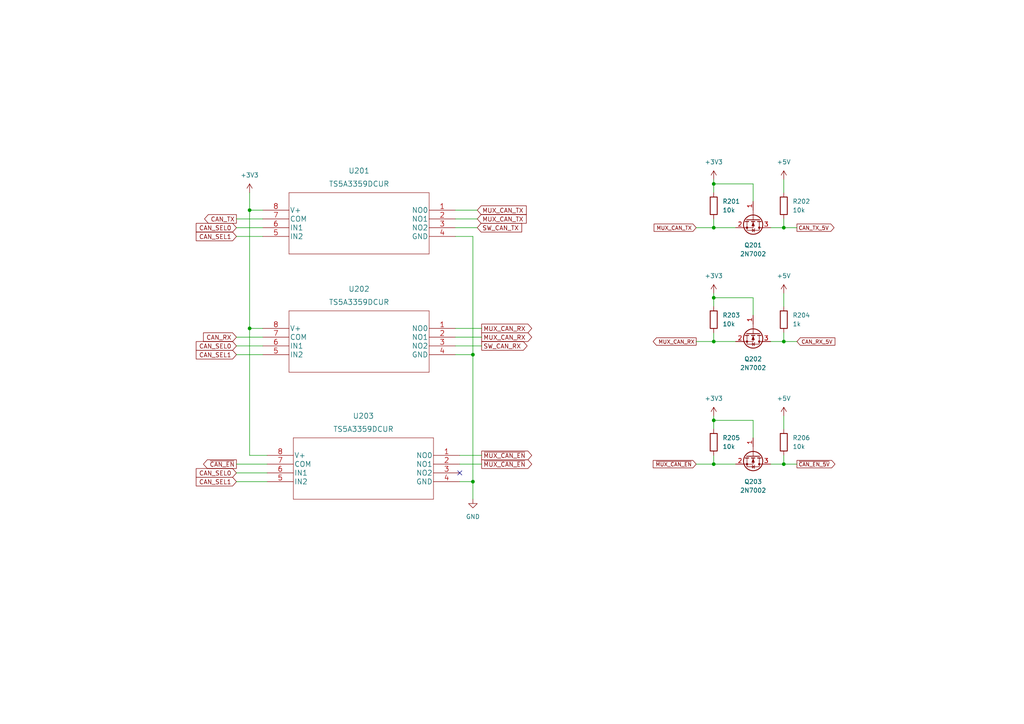
<source format=kicad_sch>
(kicad_sch (version 20211123) (generator eeschema)
  (paper "A4")
  (lib_symbols
    (symbol "Device:R" (pin_numbers hide) (pin_names (offset 0))
      (property "Reference" "R" (at 2.032 0 90))
      (property "Value" "R" (at 0 0 90))
      (symbol "R_0_1"
        (rectangle (start -1.016 -2.54) (end 1.016 2.54) (stroke (width 0.254)))
      )
      (symbol "R_1_1"
        (pin passive line (at 0 3.81 270) (length 1.27) (name "~") (number "1"))
        (pin passive line (at 0 -3.81 90) (length 1.27) (name "~") (number "2"))
      )
    )
    (symbol "Transistor_FET:2N7002" (pin_names hide)
      (property "Reference" "Q" (at 5.08 1.905 0))
      (property "Value" "2N7002" (at 5.08 0 0))
      (symbol "2N7002_0_1"
        (polyline (pts (xy 0.254 0) (xy -2.54 0)))
        (polyline (pts (xy 0.254 1.905) (xy 0.254 -1.905)) (stroke (width 0.254)))
        (polyline (pts (xy 0.762 -1.27) (xy 0.762 -2.286)) (stroke (width 0.254)))
        (polyline (pts (xy 0.762 0.508) (xy 0.762 -0.508)) (stroke (width 0.254)))
        (polyline (pts (xy 0.762 2.286) (xy 0.762 1.27)) (stroke (width 0.254)))
        (polyline (pts (xy 2.54 2.54) (xy 2.54 1.778)))
        (polyline (pts (xy 2.54 -2.54) (xy 2.54 0) (xy 0.762 0)))
        (polyline (pts (xy 0.762 -1.778) (xy 3.302 -1.778) (xy 3.302 1.778) (xy 0.762 1.778)))
        (polyline (pts (xy 1.016 0) (xy 2.032 0.381) (xy 2.032 -0.381) (xy 1.016 0)) (fill (type outline)))
        (polyline (pts (xy 2.794 0.508) (xy 2.921 0.381) (xy 3.683 0.381) (xy 3.81 0.254)))
        (polyline (pts (xy 3.302 0.381) (xy 2.921 -0.254) (xy 3.683 -0.254) (xy 3.302 0.381)))
        (circle (center 1.651 0) (radius 2.794) (stroke (width 0.254)))
        (circle (center 2.54 -1.778) (radius 0.254) (fill (type outline)))
        (circle (center 2.54 1.778) (radius 0.254) (fill (type outline)))
      )
      (symbol "2N7002_1_1"
        (pin input line (at -5.08 0 0) (length 2.54) (name "G") (number "1"))
        (pin passive line (at 2.54 -5.08 90) (length 2.54) (name "S") (number "2"))
        (pin passive line (at 2.54 5.08 270) (length 2.54) (name "D") (number "3"))
      )
    )
    (symbol "UltraLibrarian:TS5A3359DCUR" (pin_names (offset 0.254))
      (property "Reference" "U" (at 27.94 10.16 0))
      (property "Value" "TS5A3359DCUR" (at 27.94 7.62 0))
      (symbol "TS5A3359DCUR_1_1"
        (polyline (pts (xy 7.62 -12.7) (xy 48.26 -12.7)) (stroke (width 0.127)))
        (polyline (pts (xy 7.62 5.08) (xy 7.62 -12.7)) (stroke (width 0.127)))
        (polyline (pts (xy 48.26 -12.7) (xy 48.26 5.08)) (stroke (width 0.127)))
        (polyline (pts (xy 48.26 5.08) (xy 7.62 5.08)) (stroke (width 0.127)))
        (pin output line (at 0 0 0) (length 7.62) (name "NO0") (number "1"))
        (pin output line (at 0 -2.54 0) (length 7.62) (name "NO1") (number "2"))
        (pin output line (at 0 -5.08 0) (length 7.62) (name "NO2") (number "3"))
        (pin power_in line (at 0 -7.62 0) (length 7.62) (name "GND") (number "4"))
        (pin input line (at 55.88 -7.62 180) (length 7.62) (name "IN2") (number "5"))
        (pin input line (at 55.88 -5.08 180) (length 7.62) (name "IN1") (number "6"))
        (pin unspecified line (at 55.88 -2.54 180) (length 7.62) (name "COM") (number "7"))
        (pin power_in line (at 55.88 0 180) (length 7.62) (name "V+") (number "8"))
      )
    )
    (symbol "power:+3V3" (power) (pin_names (offset 0))
      (property "Value" "+3V3" (at 0 3.556 0))
      (symbol "+3V3_0_1"
        (polyline (pts (xy -0.762 1.27) (xy 0 2.54)))
        (polyline (pts (xy 0 0) (xy 0 2.54)))
        (polyline (pts (xy 0 2.54) (xy 0.762 1.27)))
      )
      (symbol "+3V3_1_1"
        (pin power_in line (at 0 0 90) (length 0) hide (name "+3V3") (number "1"))
      )
    )
    (symbol "power:+5V" (power) (pin_names (offset 0))
      (property "Value" "+5V" (at 0 3.556 0))
      (symbol "+5V_0_1"
        (polyline (pts (xy -0.762 1.27) (xy 0 2.54)))
        (polyline (pts (xy 0 0) (xy 0 2.54)))
        (polyline (pts (xy 0 2.54) (xy 0.762 1.27)))
      )
      (symbol "+5V_1_1"
        (pin power_in line (at 0 0 90) (length 0) hide (name "+5V") (number "1"))
      )
    )
    (symbol "power:GND" (power) (pin_names (offset 0))
      (property "Value" "GND" (at 0 -3.81 0))
      (symbol "GND_0_1"
        (polyline (pts (xy 0 0) (xy 0 -1.27) (xy 1.27 -1.27) (xy 0 -2.54) (xy -1.27 -1.27) (xy 0 -1.27)))
      )
      (symbol "GND_1_1"
        (pin power_in line (at 0 0 270) (length 0) hide (name "GND") (number "1"))
      )
    )
  )
  (junction (at 207.01 121.92))
  (junction (at 207.01 134.62))
  (junction (at 227.33 66.04))
  (junction (at 227.33 134.62))
  (junction (at 207.01 66.04))
  (junction (at 137.16 139.7))
  (junction (at 207.01 53.34))
  (junction (at 72.39 95.25))
  (junction (at 227.33 99.06))
  (junction (at 137.16 102.87))
  (junction (at 207.01 86.36))
  (junction (at 72.39 60.96))
  (junction (at 207.01 99.06))
  (no_connect (at 133.35 137.16))
  (wire (pts (xy 72.39 132.08) (xy 72.39 95.25)))
  (wire (pts (xy 207.01 99.06) (xy 213.36 99.06)))
  (wire (pts (xy 137.16 68.58) (xy 132.08 68.58)))
  (wire (pts (xy 76.2 97.79) (xy 68.58 97.79)))
  (wire (pts (xy 223.52 99.06) (xy 227.33 99.06)))
  (wire (pts (xy 72.39 55.88) (xy 72.39 60.96)))
  (wire (pts (xy 218.44 127) (xy 218.44 121.92)))
  (wire (pts (xy 76.2 68.58) (xy 68.58 68.58)))
  (wire (pts (xy 133.35 134.62) (xy 139.7 134.62)))
  (wire (pts (xy 207.01 85.09) (xy 207.01 86.36)))
  (wire (pts (xy 201.93 66.04) (xy 207.01 66.04)))
  (wire (pts (xy 207.01 134.62) (xy 213.36 134.62)))
  (wire (pts (xy 138.43 60.96) (xy 132.08 60.96)))
  (wire (pts (xy 138.43 63.5) (xy 132.08 63.5)))
  (wire (pts (xy 207.01 132.08) (xy 207.01 134.62)))
  (wire (pts (xy 227.33 120.65) (xy 227.33 124.46)))
  (wire (pts (xy 218.44 121.92) (xy 207.01 121.92)))
  (wire (pts (xy 223.52 134.62) (xy 227.33 134.62)))
  (wire (pts (xy 207.01 86.36) (xy 207.01 88.9)))
  (wire (pts (xy 132.08 97.79) (xy 139.7 97.79)))
  (wire (pts (xy 137.16 102.87) (xy 137.16 68.58)))
  (wire (pts (xy 227.33 132.08) (xy 227.33 134.62)))
  (wire (pts (xy 201.93 99.06) (xy 207.01 99.06)))
  (wire (pts (xy 223.52 66.04) (xy 227.33 66.04)))
  (wire (pts (xy 76.2 95.25) (xy 72.39 95.25)))
  (wire (pts (xy 133.35 132.08) (xy 139.7 132.08)))
  (wire (pts (xy 227.33 99.06) (xy 231.14 99.06)))
  (wire (pts (xy 207.01 66.04) (xy 213.36 66.04)))
  (wire (pts (xy 76.2 102.87) (xy 68.58 102.87)))
  (wire (pts (xy 76.2 63.5) (xy 68.58 63.5)))
  (wire (pts (xy 227.33 63.5) (xy 227.33 66.04)))
  (wire (pts (xy 207.01 63.5) (xy 207.01 66.04)))
  (wire (pts (xy 137.16 139.7) (xy 137.16 102.87)))
  (wire (pts (xy 227.33 85.09) (xy 227.33 88.9)))
  (wire (pts (xy 218.44 58.42) (xy 218.44 53.34)))
  (wire (pts (xy 77.47 132.08) (xy 72.39 132.08)))
  (wire (pts (xy 137.16 144.78) (xy 137.16 139.7)))
  (wire (pts (xy 218.44 86.36) (xy 207.01 86.36)))
  (wire (pts (xy 207.01 120.65) (xy 207.01 121.92)))
  (wire (pts (xy 72.39 60.96) (xy 72.39 95.25)))
  (wire (pts (xy 72.39 60.96) (xy 76.2 60.96)))
  (wire (pts (xy 201.93 134.62) (xy 207.01 134.62)))
  (wire (pts (xy 77.47 134.62) (xy 68.58 134.62)))
  (wire (pts (xy 77.47 139.7) (xy 68.58 139.7)))
  (wire (pts (xy 207.01 121.92) (xy 207.01 124.46)))
  (wire (pts (xy 76.2 66.04) (xy 68.58 66.04)))
  (wire (pts (xy 137.16 139.7) (xy 133.35 139.7)))
  (wire (pts (xy 227.33 134.62) (xy 231.14 134.62)))
  (wire (pts (xy 132.08 95.25) (xy 139.7 95.25)))
  (wire (pts (xy 137.16 102.87) (xy 132.08 102.87)))
  (wire (pts (xy 132.08 100.33) (xy 139.7 100.33)))
  (wire (pts (xy 138.43 66.04) (xy 132.08 66.04)))
  (wire (pts (xy 218.44 53.34) (xy 207.01 53.34)))
  (wire (pts (xy 207.01 53.34) (xy 207.01 55.88)))
  (wire (pts (xy 227.33 52.07) (xy 227.33 55.88)))
  (wire (pts (xy 76.2 100.33) (xy 68.58 100.33)))
  (wire (pts (xy 207.01 96.52) (xy 207.01 99.06)))
  (wire (pts (xy 77.47 137.16) (xy 68.58 137.16)))
  (wire (pts (xy 227.33 96.52) (xy 227.33 99.06)))
  (wire (pts (xy 227.33 66.04) (xy 231.14 66.04)))
  (wire (pts (xy 218.44 91.44) (xy 218.44 86.36)))
  (wire (pts (xy 207.01 52.07) (xy 207.01 53.34)))
  (global_label "CAN_TX" (shape output) (at 68.58 63.5 180) (property "Intersheet References" "${INTERSHEET_REFS}" (effects hide)))
  (global_label "~{MUX_CAN_EN}" (shape input) (at 201.93 134.62 180) (effects (font (size 1.0922 1.0922))) (property "Intersheet References" "${INTERSHEET_REFS}" (effects hide)))
  (global_label "CAN_SEL1" (shape input) (at 68.58 139.7 180) (property "Intersheet References" "${INTERSHEET_REFS}" (effects hide)))
  (global_label "~{MUX_CAN_EN}" (shape output) (at 139.7 134.62 0) (property "Intersheet References" "${INTERSHEET_REFS}" (effects hide)))
  (global_label "~{CAN_EN}" (shape output) (at 68.58 134.62 180) (property "Intersheet References" "${INTERSHEET_REFS}" (effects hide)))
  (global_label "CAN_SEL0" (shape input) (at 68.58 137.16 180) (property "Intersheet References" "${INTERSHEET_REFS}" (effects hide)))
  (global_label "SW_CAN_TX" (shape input) (at 138.43 66.04 0) (property "Intersheet References" "${INTERSHEET_REFS}" (effects hide)))
  (global_label "MUX_CAN_RX" (shape output) (at 139.7 97.79 0) (property "Intersheet References" "${INTERSHEET_REFS}" (effects hide)))
  (global_label "MUX_CAN_RX" (shape output) (at 201.93 99.06 180) (effects (font (size 1.0922 1.0922))) (property "Intersheet References" "${INTERSHEET_REFS}" (effects hide)))
  (global_label "CAN_RX_5V" (shape input) (at 231.14 99.06 0) (effects (font (size 1.0922 1.0922))) (property "Intersheet References" "${INTERSHEET_REFS}" (effects hide)))
  (global_label "MUX_CAN_TX" (shape input) (at 201.93 66.04 180) (effects (font (size 1.0922 1.0922))) (property "Intersheet References" "${INTERSHEET_REFS}" (effects hide)))
  (global_label "~{MUX_CAN_EN}" (shape output) (at 139.7 132.08 0) (property "Intersheet References" "${INTERSHEET_REFS}" (effects hide)))
  (global_label "MUX_CAN_TX" (shape input) (at 138.43 63.5 0) (property "Intersheet References" "${INTERSHEET_REFS}" (effects hide)))
  (global_label "CAN_TX_5V" (shape output) (at 231.14 66.04 0) (effects (font (size 1.0922 1.0922))) (property "Intersheet References" "${INTERSHEET_REFS}" (effects hide)))
  (global_label "CAN_SEL0" (shape input) (at 68.58 100.33 180) (property "Intersheet References" "${INTERSHEET_REFS}" (effects hide)))
  (global_label "MUX_CAN_RX" (shape output) (at 139.7 95.25 0) (property "Intersheet References" "${INTERSHEET_REFS}" (effects hide)))
  (global_label "~{CAN_EN_5V}" (shape output) (at 231.14 134.62 0) (effects (font (size 1.0922 1.0922))) (property "Intersheet References" "${INTERSHEET_REFS}" (effects hide)))
  (global_label "CAN_RX" (shape input) (at 68.58 97.79 180) (property "Intersheet References" "${INTERSHEET_REFS}" (effects hide)))
  (global_label "CAN_SEL0" (shape input) (at 68.58 66.04 180) (property "Intersheet References" "${INTERSHEET_REFS}" (effects hide)))
  (global_label "CAN_SEL1" (shape input) (at 68.58 68.58 180) (property "Intersheet References" "${INTERSHEET_REFS}" (effects hide)))
  (global_label "MUX_CAN_TX" (shape input) (at 138.43 60.96 0) (property "Intersheet References" "${INTERSHEET_REFS}" (effects hide)))
  (global_label "SW_CAN_RX" (shape output) (at 139.7 100.33 0) (property "Intersheet References" "${INTERSHEET_REFS}" (effects hide)))
  (global_label "CAN_SEL1" (shape input) (at 68.58 102.87 180) (property "Intersheet References" "${INTERSHEET_REFS}" (effects hide)))
  (symbol (lib_id "power:+5V") (at 227.33 120.65 0) (unit 1)
    (property "Reference" "#PWR0207" (effects hide))
    (property "Value" "+5V" (at 227.33 115.57 0))
  )
  (symbol (lib_id "power:+3V3") (at 207.01 52.07 0) (unit 1)
    (property "Reference" "#PWR0201" (effects hide))
    (property "Value" "+3V3" (at 207.01 46.99 0))
  )
  (symbol (lib_id "power:+3V3") (at 207.01 85.09 0) (unit 1)
    (property "Reference" "#PWR0204" (effects hide))
    (property "Value" "+3V3" (at 207.01 80.01 0))
  )
  (symbol (lib_id "power:+5V") (at 227.33 85.09 0) (unit 1)
    (property "Reference" "#PWR0205" (effects hide))
    (property "Value" "+5V" (at 227.33 80.01 0))
  )
  (symbol (lib_id "Device:R") (at 227.33 59.69 0) (unit 1)
    (property "Reference" "R202" (at 229.87 58.4199 0) (effects (justify left)))
    (property "Value" "10k" (at 229.87 60.9599 0) (effects (justify left)))
    (property "Footprint" "Resistor_SMD:R_0805_2012Metric_Pad1.20x1.40mm_HandSolder" (effects hide))
  )
  (symbol (lib_id "Device:R") (at 227.33 128.27 0) (unit 1)
    (property "Reference" "R206" (at 229.87 126.9999 0) (effects (justify left)))
    (property "Value" "10k" (at 229.87 129.5399 0) (effects (justify left)))
    (property "Footprint" "Resistor_SMD:R_0805_2012Metric_Pad1.20x1.40mm_HandSolder" (effects hide))
  )
  (symbol (lib_id "Device:R") (at 207.01 59.69 0) (unit 1)
    (property "Reference" "R201" (at 209.55 58.4199 0) (effects (justify left)))
    (property "Value" "10k" (at 209.55 60.9599 0) (effects (justify left)))
    (property "Footprint" "Resistor_SMD:R_0805_2012Metric_Pad1.20x1.40mm_HandSolder" (effects hide))
  )
  (symbol (lib_id "Transistor_FET:2N7002") (at 218.44 63.5 270) (unit 1)
    (property "Reference" "Q201" (at 218.44 71.12 90))
    (property "Value" "2N7002" (at 218.44 73.66 90))
    (property "Footprint" "Package_TO_SOT_SMD:SOT-23" (effects hide))
    (property "Datasheet" "https://www.onsemi.com/pub/Collateral/NDS7002A-D.PDF" (effects hide))
  )
  (symbol (lib_id "power:+3V3") (at 207.01 120.65 0) (unit 1)
    (property "Reference" "#PWR0206" (effects hide))
    (property "Value" "+3V3" (at 207.01 115.57 0))
  )
  (symbol (lib_id "Device:R") (at 227.33 92.71 0) (unit 1)
    (property "Reference" "R204" (at 229.87 91.4399 0) (effects (justify left)))
    (property "Value" "1k" (at 229.87 93.9799 0) (effects (justify left)))
    (property "Footprint" "Resistor_SMD:R_0805_2012Metric_Pad1.20x1.40mm_HandSolder" (effects hide))
  )
  (symbol (lib_id "Transistor_FET:2N7002") (at 218.44 96.52 270) (unit 1)
    (property "Reference" "Q202" (at 218.44 104.14 90))
    (property "Value" "2N7002" (at 218.44 106.68 90))
    (property "Footprint" "Package_TO_SOT_SMD:SOT-23" (effects hide))
    (property "Datasheet" "https://www.onsemi.com/pub/Collateral/NDS7002A-D.PDF" (effects hide))
  )
  (symbol (lib_id "Device:R") (at 207.01 92.71 0) (unit 1)
    (property "Reference" "R203" (at 209.55 91.4399 0) (effects (justify left)))
    (property "Value" "10k" (at 209.55 93.9799 0) (effects (justify left)))
    (property "Footprint" "Resistor_SMD:R_0805_2012Metric_Pad1.20x1.40mm_HandSolder" (effects hide))
  )
  (symbol (lib_id "power:+3V3") (at 72.39 55.88 0) (mirror y) (unit 1)
    (property "Reference" "#PWR0203" (effects hide))
    (property "Value" "+3V3" (at 72.39 50.8 0))
  )
  (symbol (lib_id "UltraLibrarian:TS5A3359DCUR") (at 133.35 132.08 0) (mirror y) (unit 1)
    (property "Reference" "U203" (at 105.41 120.65 0) (effects (font (size 1.524 1.524))))
    (property "Value" "TS5A3359DCUR" (at 105.41 124.46 0) (effects (font (size 1.524 1.524))))
    (property "Footprint" "UltraLibrarian:TS5A3359DCUR" (effects hide))
  )
  (symbol (lib_id "power:GND") (at 137.16 144.78 0) (mirror y) (unit 1)
    (property "Reference" "#PWR0208" (effects hide))
    (property "Value" "GND" (at 137.16 149.86 0))
  )
  (symbol (lib_id "UltraLibrarian:TS5A3359DCUR") (at 132.08 95.25 0) (mirror y) (unit 1)
    (property "Reference" "U202" (at 104.14 83.82 0) (effects (font (size 1.524 1.524))))
    (property "Value" "TS5A3359DCUR" (at 104.14 87.63 0) (effects (font (size 1.524 1.524))))
    (property "Footprint" "UltraLibrarian:TS5A3359DCUR" (effects hide))
  )
  (symbol (lib_id "UltraLibrarian:TS5A3359DCUR") (at 132.08 60.96 0) (mirror y) (unit 1)
    (property "Reference" "U201" (at 104.14 49.53 0) (effects (font (size 1.524 1.524))))
    (property "Value" "TS5A3359DCUR" (at 104.14 53.34 0) (effects (font (size 1.524 1.524))))
    (property "Footprint" "UltraLibrarian:TS5A3359DCUR" (effects hide))
  )
  (symbol (lib_id "power:+5V") (at 227.33 52.07 0) (unit 1)
    (property "Reference" "#PWR0202" (effects hide))
    (property "Value" "+5V" (at 227.33 46.99 0))
  )
  (symbol (lib_id "Device:R") (at 207.01 128.27 0) (unit 1)
    (property "Reference" "R205" (at 209.55 126.9999 0) (effects (justify left)))
    (property "Value" "10k" (at 209.55 129.5399 0) (effects (justify left)))
    (property "Footprint" "Resistor_SMD:R_0805_2012Metric_Pad1.20x1.40mm_HandSolder" (effects hide))
  )
  (symbol (lib_id "Transistor_FET:2N7002") (at 218.44 132.08 270) (unit 1)
    (property "Reference" "Q203" (at 218.44 139.7 90))
    (property "Value" "2N7002" (at 218.44 142.24 90))
    (property "Footprint" "Package_TO_SOT_SMD:SOT-23" (effects hide))
    (property "Datasheet" "https://www.onsemi.com/pub/Collateral/NDS7002A-D.PDF" (effects hide))
  )
)
</source>
